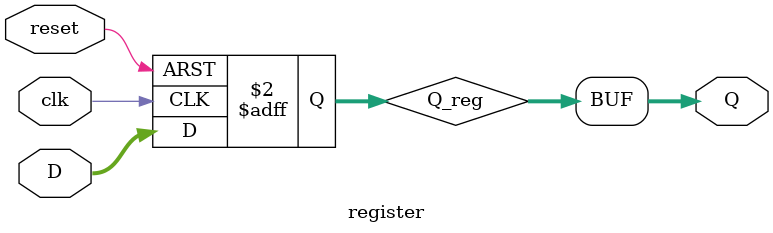
<source format=v>
`timescale 1ns / 1ps

module register(
    input clk,
    input reset,
    input [31:0] D,

    output [31:0] Q
    );

    reg [31:0] Q_reg;

    assign Q = Q_reg;

    always @(posedge clk, posedge reset) begin
        if(reset) begin
            Q_reg <= 0;
        end else begin
            Q_reg <= D;
        end
    end

endmodule
</source>
